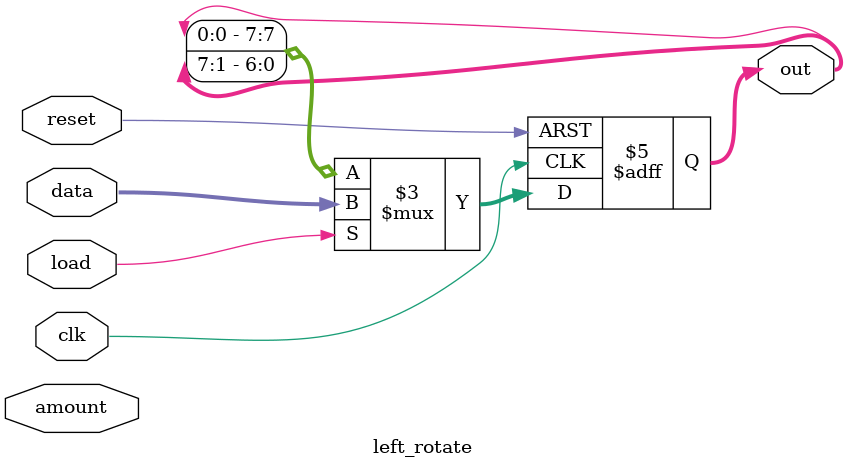
<source format=v>
module left_rotate(clk,reset,amount,data,load,out);
input clk,reset;
input [2:0] amount;
input [7:0] data;
input load;
output reg [7:0] out;
// when load is high, load data to out
// otherwise rotate the out register followed by left shift the out register by amount bits
always @(posedge clk or posedge reset)
begin
	if (reset)
	begin
	out <= 8'b00000000;
	end
	else if (load)
	begin
	out <= data;
	end
	else
	begin
	out <= {out[0],out[7:1]};
	end
end
endmodule

</source>
